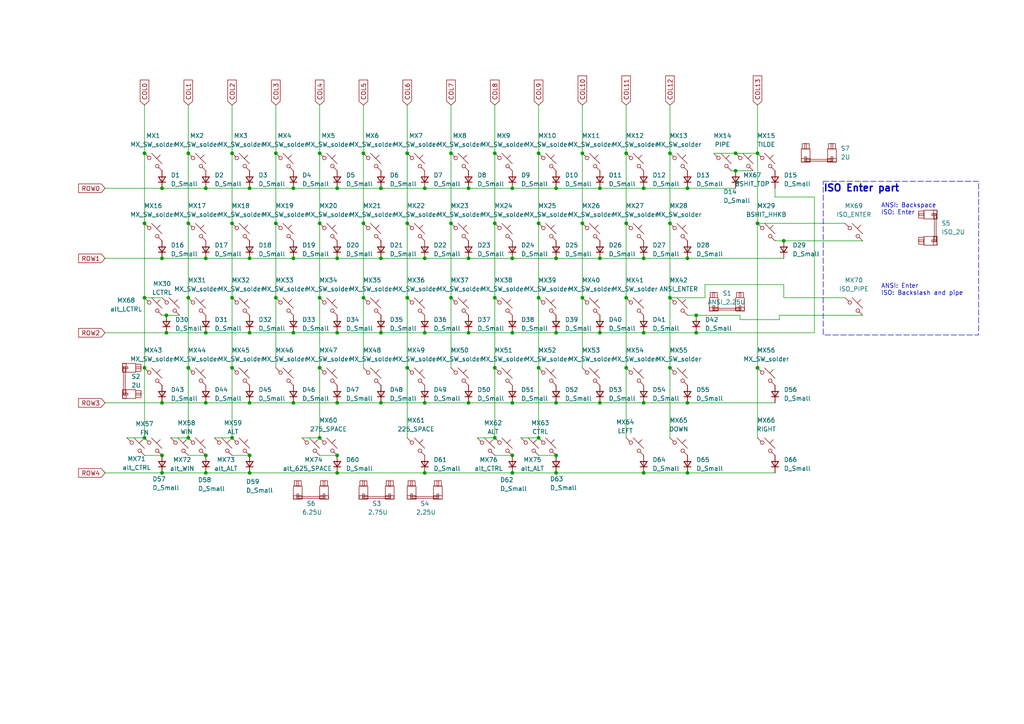
<source format=kicad_sch>
(kicad_sch (version 20231120) (generator "eeschema") (generator_version "8.0")
  (paper "A4")
  (junction (at 80.01 64.77))
  (junction (at 97.79 132.08))
  (junction (at 97.79 137.16))
  (junction (at 118.11 86.36))
  (junction (at 123.19 96.52))
  (junction (at 143.51 127))
  (junction (at 41.91 106.68))
  (junction (at 118.11 64.77))
  (junction (at 130.81 64.77))
  (junction (at 194.31 106.68))
  (junction (at 186.69 96.52))
  (junction (at 72.39 96.52))
  (junction (at 186.69 54.61))
  (junction (at 143.51 64.77))
  (junction (at 148.59 137.16))
  (junction (at 148.59 116.84))
  (junction (at 92.71 106.68))
  (junction (at 46.99 137.16))
  (junction (at 143.51 44.45))
  (junction (at 92.71 44.45))
  (junction (at 161.29 74.93))
  (junction (at 46.99 74.93))
  (junction (at 135.89 54.61))
  (junction (at 173.99 116.84))
  (junction (at 105.41 44.45))
  (junction (at 110.49 54.61))
  (junction (at 143.51 106.68))
  (junction (at 72.39 74.93))
  (junction (at 97.79 74.93))
  (junction (at 123.19 116.84))
  (junction (at 227.33 69.85))
  (junction (at 168.91 64.77))
  (junction (at 92.71 64.77))
  (junction (at 54.61 64.77))
  (junction (at 67.31 64.77))
  (junction (at 41.91 127))
  (junction (at 59.69 74.93))
  (junction (at 59.69 96.52))
  (junction (at 67.31 44.45))
  (junction (at 130.81 44.45))
  (junction (at 54.61 86.36))
  (junction (at 105.41 64.77))
  (junction (at 199.39 137.16))
  (junction (at 46.99 116.84))
  (junction (at 173.99 96.52))
  (junction (at 173.99 54.61))
  (junction (at 148.59 54.61))
  (junction (at 105.41 86.36))
  (junction (at 85.09 116.84))
  (junction (at 156.21 106.68))
  (junction (at 41.91 44.45))
  (junction (at 85.09 54.61))
  (junction (at 92.71 127))
  (junction (at 80.01 86.36))
  (junction (at 168.91 44.45))
  (junction (at 156.21 127))
  (junction (at 118.11 44.45))
  (junction (at 110.49 116.84))
  (junction (at 168.91 86.36))
  (junction (at 194.31 64.77))
  (junction (at 46.99 132.08))
  (junction (at 161.29 54.61))
  (junction (at 67.31 106.68))
  (junction (at 80.01 44.45))
  (junction (at 92.71 86.36))
  (junction (at 54.61 44.45))
  (junction (at 161.29 137.16))
  (junction (at 161.29 96.52))
  (junction (at 186.69 116.84))
  (junction (at 59.69 132.08))
  (junction (at 110.49 74.93))
  (junction (at 67.31 127))
  (junction (at 85.09 96.52))
  (junction (at 130.81 86.36))
  (junction (at 59.69 137.16))
  (junction (at 67.31 86.36))
  (junction (at 181.61 64.77))
  (junction (at 59.69 54.61))
  (junction (at 123.19 137.16))
  (junction (at 72.39 54.61))
  (junction (at 199.39 116.84))
  (junction (at 72.39 132.08))
  (junction (at 148.59 132.08))
  (junction (at 54.61 106.68))
  (junction (at 194.31 44.45))
  (junction (at 199.39 74.93))
  (junction (at 97.79 54.61))
  (junction (at 161.29 116.84))
  (junction (at 72.39 137.16))
  (junction (at 123.19 54.61))
  (junction (at 186.69 74.93))
  (junction (at 135.89 116.84))
  (junction (at 201.93 96.52))
  (junction (at 59.69 116.84))
  (junction (at 181.61 44.45))
  (junction (at 199.39 54.61))
  (junction (at 97.79 116.84))
  (junction (at 161.29 132.08))
  (junction (at 219.71 44.45))
  (junction (at 135.89 74.93))
  (junction (at 181.61 106.68))
  (junction (at 123.19 74.93))
  (junction (at 148.59 74.93))
  (junction (at 219.71 106.68))
  (junction (at 48.26 91.44))
  (junction (at 219.71 64.77))
  (junction (at 135.89 96.52))
  (junction (at 54.61 127))
  (junction (at 148.59 96.52))
  (junction (at 41.91 86.36))
  (junction (at 46.99 54.61))
  (junction (at 97.79 96.52))
  (junction (at 143.51 86.36))
  (junction (at 213.36 44.45))
  (junction (at 41.91 64.77))
  (junction (at 173.99 74.93))
  (junction (at 72.39 116.84))
  (junction (at 85.09 74.93))
  (junction (at 194.31 86.36))
  (junction (at 181.61 86.36))
  (junction (at 110.49 96.52))
  (junction (at 156.21 86.36))
  (junction (at 201.93 91.44))
  (junction (at 118.11 106.68))
  (junction (at 156.21 64.77))
  (junction (at 156.21 44.45))
  (junction (at 213.36 49.53))
  (junction (at 48.26 96.52))
  (junction (at 186.69 137.16))
  (wire (pts (xy 186.69 137.16) (xy 199.39 137.16)))
  (wire (pts (xy 97.79 74.93) (xy 110.49 74.93)))
  (wire (pts (xy 201.93 96.52) (xy 236.22 96.52)))
  (wire (pts (xy 214.63 91.44) (xy 214.63 92.71)))
  (wire (pts (xy 130.81 64.77) (xy 130.81 86.36)))
  (wire (pts (xy 46.99 91.44) (xy 48.26 91.44)))
  (wire (pts (xy 186.69 116.84) (xy 199.39 116.84)))
  (wire (pts (xy 46.99 54.61) (xy 59.69 54.61)))
  (wire (pts (xy 118.11 106.68) (xy 118.11 127)))
  (wire (pts (xy 224.79 57.15) (xy 236.22 57.15)))
  (wire (pts (xy 59.69 137.16) (xy 72.39 137.16)))
  (wire (pts (xy 97.79 137.16) (xy 123.19 137.16)))
  (wire (pts (xy 30.48 74.93) (xy 46.99 74.93)))
  (wire (pts (xy 199.39 91.44) (xy 201.93 91.44)))
  (wire (pts (xy 173.99 96.52) (xy 186.69 96.52)))
  (wire (pts (xy 213.36 49.53) (xy 212.09 49.53)))
  (wire (pts (xy 204.47 86.36) (xy 204.47 82.55)))
  (wire (pts (xy 72.39 74.93) (xy 85.09 74.93)))
  (wire (pts (xy 186.69 54.61) (xy 199.39 54.61)))
  (wire (pts (xy 194.31 86.36) (xy 204.47 86.36)))
  (wire (pts (xy 105.41 64.77) (xy 105.41 86.36)))
  (wire (pts (xy 123.19 137.16) (xy 148.59 137.16)))
  (wire (pts (xy 161.29 54.61) (xy 173.99 54.61)))
  (wire (pts (xy 41.91 30.48) (xy 41.91 44.45)))
  (wire (pts (xy 143.51 30.48) (xy 143.51 44.45)))
  (wire (pts (xy 54.61 44.45) (xy 54.61 64.77)))
  (wire (pts (xy 135.89 116.84) (xy 148.59 116.84)))
  (wire (pts (xy 105.41 86.36) (xy 105.41 106.68)))
  (wire (pts (xy 168.91 86.36) (xy 168.91 106.68)))
  (wire (pts (xy 199.39 116.84) (xy 224.79 116.84)))
  (wire (pts (xy 85.09 116.84) (xy 97.79 116.84)))
  (wire (pts (xy 130.81 86.36) (xy 130.81 106.68)))
  (wire (pts (xy 80.01 86.36) (xy 80.01 106.68)))
  (wire (pts (xy 181.61 106.68) (xy 181.61 127)))
  (wire (pts (xy 59.69 96.52) (xy 72.39 96.52)))
  (wire (pts (xy 118.11 44.45) (xy 118.11 64.77)))
  (wire (pts (xy 67.31 106.68) (xy 67.31 127)))
  (wire (pts (xy 118.11 64.77) (xy 118.11 86.36)))
  (wire (pts (xy 130.81 30.48) (xy 130.81 44.45)))
  (wire (pts (xy 161.29 137.16) (xy 186.69 137.16)))
  (wire (pts (xy 72.39 54.61) (xy 85.09 54.61)))
  (wire (pts (xy 46.99 137.16) (xy 59.69 137.16)))
  (wire (pts (xy 173.99 54.61) (xy 186.69 54.61)))
  (wire (pts (xy 194.31 64.77) (xy 194.31 86.36)))
  (wire (pts (xy 148.59 116.84) (xy 161.29 116.84)))
  (wire (pts (xy 213.36 44.45) (xy 219.71 44.45)))
  (wire (pts (xy 46.99 116.84) (xy 59.69 116.84)))
  (wire (pts (xy 135.89 54.61) (xy 148.59 54.61)))
  (wire (pts (xy 59.69 74.93) (xy 72.39 74.93)))
  (wire (pts (xy 186.69 74.93) (xy 199.39 74.93)))
  (wire (pts (xy 72.39 116.84) (xy 85.09 116.84)))
  (wire (pts (xy 92.71 106.68) (xy 92.71 127)))
  (wire (pts (xy 161.29 96.52) (xy 173.99 96.52)))
  (wire (pts (xy 173.99 74.93) (xy 186.69 74.93)))
  (wire (pts (xy 227.33 82.55) (xy 227.33 86.36)))
  (wire (pts (xy 226.06 92.71) (xy 226.06 91.44)))
  (wire (pts (xy 67.31 86.36) (xy 67.31 106.68)))
  (wire (pts (xy 62.23 127) (xy 67.31 127)))
  (wire (pts (xy 227.33 69.85) (xy 250.19 69.85)))
  (wire (pts (xy 199.39 54.61) (xy 213.36 54.61)))
  (wire (pts (xy 143.51 44.45) (xy 143.51 64.77)))
  (wire (pts (xy 118.11 86.36) (xy 118.11 106.68)))
  (wire (pts (xy 138.43 127) (xy 143.51 127)))
  (wire (pts (xy 48.26 91.44) (xy 52.07 91.44)))
  (wire (pts (xy 227.33 69.85) (xy 224.79 69.85)))
  (wire (pts (xy 123.19 74.93) (xy 135.89 74.93)))
  (wire (pts (xy 49.53 127) (xy 54.61 127)))
  (wire (pts (xy 236.22 57.15) (xy 236.22 96.52)))
  (wire (pts (xy 194.31 44.45) (xy 194.31 64.77)))
  (wire (pts (xy 156.21 106.68) (xy 156.21 127)))
  (wire (pts (xy 143.51 86.36) (xy 143.51 106.68)))
  (wire (pts (xy 41.91 86.36) (xy 46.99 86.36)))
  (wire (pts (xy 110.49 116.84) (xy 123.19 116.84)))
  (wire (pts (xy 97.79 96.52) (xy 110.49 96.52)))
  (wire (pts (xy 54.61 106.68) (xy 54.61 127)))
  (wire (pts (xy 54.61 30.48) (xy 54.61 44.45)))
  (wire (pts (xy 135.89 74.93) (xy 148.59 74.93)))
  (wire (pts (xy 54.61 64.77) (xy 54.61 86.36)))
  (wire (pts (xy 41.91 44.45) (xy 41.91 64.77)))
  (wire (pts (xy 97.79 116.84) (xy 110.49 116.84)))
  (wire (pts (xy 143.51 106.68) (xy 143.51 127)))
  (wire (pts (xy 161.29 116.84) (xy 173.99 116.84)))
  (wire (pts (xy 30.48 116.84) (xy 46.99 116.84)))
  (wire (pts (xy 181.61 64.77) (xy 181.61 86.36)))
  (wire (pts (xy 92.71 30.48) (xy 92.71 44.45)))
  (wire (pts (xy 226.06 91.44) (xy 250.19 91.44)))
  (wire (pts (xy 72.39 96.52) (xy 85.09 96.52)))
  (wire (pts (xy 59.69 116.84) (xy 72.39 116.84)))
  (wire (pts (xy 207.01 44.45) (xy 213.36 44.45)))
  (wire (pts (xy 67.31 30.48) (xy 67.31 44.45)))
  (wire (pts (xy 219.71 30.48) (xy 219.71 44.45)))
  (wire (pts (xy 181.61 86.36) (xy 181.61 106.68)))
  (wire (pts (xy 181.61 44.45) (xy 181.61 64.77)))
  (wire (pts (xy 219.71 64.77) (xy 245.11 64.77)))
  (wire (pts (xy 92.71 132.08) (xy 97.79 132.08)))
  (wire (pts (xy 72.39 137.16) (xy 97.79 137.16)))
  (wire (pts (xy 151.13 127) (xy 156.21 127)))
  (wire (pts (xy 214.63 92.71) (xy 226.06 92.71)))
  (wire (pts (xy 97.79 54.61) (xy 110.49 54.61)))
  (wire (pts (xy 156.21 86.36) (xy 156.21 106.68)))
  (wire (pts (xy 36.83 127) (xy 41.91 127)))
  (wire (pts (xy 54.61 86.36) (xy 54.61 106.68)))
  (wire (pts (xy 130.81 44.45) (xy 130.81 64.77)))
  (wire (pts (xy 168.91 30.48) (xy 168.91 44.45)))
  (wire (pts (xy 48.26 96.52) (xy 59.69 96.52)))
  (wire (pts (xy 201.93 91.44) (xy 214.63 91.44)))
  (wire (pts (xy 85.09 96.52) (xy 97.79 96.52)))
  (wire (pts (xy 105.41 44.45) (xy 105.41 64.77)))
  (wire (pts (xy 92.71 86.36) (xy 92.71 106.68)))
  (wire (pts (xy 194.31 106.68) (xy 194.31 127)))
  (wire (pts (xy 224.79 54.61) (xy 224.79 57.15)))
  (wire (pts (xy 194.31 30.48) (xy 194.31 44.45)))
  (wire (pts (xy 148.59 54.61) (xy 161.29 54.61)))
  (wire (pts (xy 219.71 64.77) (xy 219.71 106.68)))
  (wire (pts (xy 67.31 64.77) (xy 67.31 86.36)))
  (wire (pts (xy 156.21 64.77) (xy 156.21 86.36)))
  (wire (pts (xy 199.39 74.93) (xy 227.33 74.93)))
  (wire (pts (xy 41.91 132.08) (xy 46.99 132.08)))
  (wire (pts (xy 186.69 96.52) (xy 201.93 96.52)))
  (wire (pts (xy 199.39 137.16) (xy 224.79 137.16)))
  (wire (pts (xy 204.47 82.55) (xy 227.33 82.55)))
  (wire (pts (xy 181.61 30.48) (xy 181.61 44.45)))
  (wire (pts (xy 105.41 30.48) (xy 105.41 44.45)))
  (wire (pts (xy 194.31 86.36) (xy 194.31 106.68)))
  (wire (pts (xy 143.51 132.08) (xy 148.59 132.08)))
  (wire (pts (xy 80.01 64.77) (xy 80.01 86.36)))
  (wire (pts (xy 148.59 74.93) (xy 161.29 74.93)))
  (wire (pts (xy 80.01 30.48) (xy 80.01 44.45)))
  (wire (pts (xy 85.09 74.93) (xy 97.79 74.93)))
  (wire (pts (xy 135.89 96.52) (xy 148.59 96.52)))
  (wire (pts (xy 118.11 30.48) (xy 118.11 44.45)))
  (wire (pts (xy 156.21 132.08) (xy 161.29 132.08)))
  (wire (pts (xy 30.48 54.61) (xy 46.99 54.61)))
  (wire (pts (xy 110.49 54.61) (xy 123.19 54.61)))
  (wire (pts (xy 123.19 96.52) (xy 135.89 96.52)))
  (wire (pts (xy 161.29 74.93) (xy 173.99 74.93)))
  (wire (pts (xy 148.59 96.52) (xy 161.29 96.52)))
  (wire (pts (xy 54.61 132.08) (xy 59.69 132.08)))
  (wire (pts (xy 156.21 30.48) (xy 156.21 44.45)))
  (wire (pts (xy 227.33 86.36) (xy 245.11 86.36)))
  (wire (pts (xy 67.31 44.45) (xy 67.31 64.77)))
  (wire (pts (xy 30.48 137.16) (xy 46.99 137.16)))
  (wire (pts (xy 41.91 64.77) (xy 41.91 86.36)))
  (wire (pts (xy 219.71 106.68) (xy 219.71 127)))
  (wire (pts (xy 92.71 44.45) (xy 92.71 64.77)))
  (wire (pts (xy 143.51 64.77) (xy 143.51 86.36)))
  (wire (pts (xy 213.36 49.53) (xy 218.44 49.53)))
  (wire (pts (xy 110.49 96.52) (xy 123.19 96.52)))
  (wire (pts (xy 67.31 132.08) (xy 72.39 132.08)))
  (wire (pts (xy 173.99 116.84) (xy 186.69 116.84)))
  (wire (pts (xy 168.91 64.77) (xy 168.91 86.36)))
  (wire (pts (xy 123.19 54.61) (xy 135.89 54.61)))
  (wire (pts (xy 110.49 74.93) (xy 123.19 74.93)))
  (wire (pts (xy 123.19 116.84) (xy 135.89 116.84)))
  (wire (pts (xy 92.71 64.77) (xy 92.71 86.36)))
  (wire (pts (xy 87.63 127) (xy 92.71 127)))
  (wire (pts (xy 156.21 44.45) (xy 156.21 64.77)))
  (wire (pts (xy 148.59 137.16) (xy 161.29 137.16)))
  (wire (pts (xy 219.71 44.45) (xy 219.71 64.77)))
  (wire (pts (xy 85.09 54.61) (xy 97.79 54.61)))
  (wire (pts (xy 46.99 74.93) (xy 59.69 74.93)))
  (wire (pts (xy 80.01 44.45) (xy 80.01 64.77)))
  (wire (pts (xy 30.48 96.52) (xy 48.26 96.52)))
  (wire (pts (xy 41.91 86.36) (xy 41.91 106.68)))
  (wire (pts (xy 41.91 106.68) (xy 41.91 127)))
  (wire (pts (xy 59.69 54.61) (xy 72.39 54.61)))
  (wire (pts (xy 168.91 44.45) (xy 168.91 64.77)))
  (rectangle (start 238.76 52.578) (end 283.845 97.155) (stroke (width 0) (type dash)))
  (text "ANSI: Backspace\nISO: Enter" (at 255.524 62.484 0) (effects (font (size 1.27 1.27)) (justify left bottom)))
  (text "ISO Enter part" (at 238.76 55.88 0) (effects (font (size 2 2) (thickness 0.4) (bold yes)) (justify left bottom)))
  (text "ANSI: Enter\nISO: Backslash and pipe" (at 255.524 85.852 0) (effects (font (size 1.27 1.27)) (justify left bottom)))
  (global_label "ROW3" (shape input) (at 30.48 116.84 180) (property "Intersheetrefs" "${INTERSHEET_REFS}" (effects (hide yes))))
  (global_label "COL12" (shape input) (at 194.31 30.48 90) (property "Intersheetrefs" "${INTERSHEET_REFS}" (effects (hide yes))))
  (global_label "ROW4" (shape input) (at 30.48 137.16 180) (property "Intersheetrefs" "${INTERSHEET_REFS}" (effects (hide yes))))
  (global_label "COL8" (shape input) (at 143.51 30.48 90) (property "Intersheetrefs" "${INTERSHEET_REFS}" (effects (hide yes))))
  (global_label "COL11" (shape input) (at 181.61 30.48 90) (property "Intersheetrefs" "${INTERSHEET_REFS}" (effects (hide yes))))
  (global_label "COL5" (shape input) (at 105.41 30.48 90) (property "Intersheetrefs" "${INTERSHEET_REFS}" (effects (hide yes))))
  (global_label "COL0" (shape input) (at 41.91 30.48 90) (property "Intersheetrefs" "${INTERSHEET_REFS}" (effects (hide yes))))
  (global_label "COL10" (shape input) (at 168.91 30.48 90) (property "Intersheetrefs" "${INTERSHEET_REFS}" (effects (hide yes))))
  (global_label "ROW0" (shape input) (at 30.48 54.61 180) (property "Intersheetrefs" "${INTERSHEET_REFS}" (effects (hide yes))))
  (global_label "COL1" (shape input) (at 54.61 30.48 90) (property "Intersheetrefs" "${INTERSHEET_REFS}" (effects (hide yes))))
  (global_label "COL2" (shape input) (at 67.31 30.48 90) (property "Intersheetrefs" "${INTERSHEET_REFS}" (effects (hide yes))))
  (global_label "ROW1" (shape input) (at 30.48 74.93 180) (property "Intersheetrefs" "${INTERSHEET_REFS}" (effects (hide yes))))
  (global_label "COL13" (shape input) (at 219.71 30.48 90) (property "Intersheetrefs" "${INTERSHEET_REFS}" (effects (hide yes))))
  (global_label "COL9" (shape input) (at 156.21 30.48 90) (property "Intersheetrefs" "${INTERSHEET_REFS}" (effects (hide yes))))
  (global_label "COL6" (shape input) (at 118.11 30.48 90) (property "Intersheetrefs" "${INTERSHEET_REFS}" (effects (hide yes))))
  (global_label "COL7" (shape input) (at 130.81 30.48 90) (property "Intersheetrefs" "${INTERSHEET_REFS}" (effects (hide yes))))
  (global_label "COL3" (shape input) (at 80.01 30.48 90) (property "Intersheetrefs" "${INTERSHEET_REFS}" (effects (hide yes))))
  (global_label "ROW2" (shape input) (at 30.48 96.52 180) (property "Intersheetrefs" "${INTERSHEET_REFS}" (effects (hide yes))))
  (global_label "COL4" (shape input) (at 92.71 30.48 90) (property "Intersheetrefs" "${INTERSHEET_REFS}" (effects (hide yes))))
  (symbol (lib_id "Device:D_Small") (at 110.49 52.07 90) (unit 1)
    (property "Reference" "D6" (at 113.03 50.8 90) (effects (justify right)))
    (property "Value" "D_Small" (at 113.03 53.34 90) (effects (justify right)))
    (property "Footprint" "D_SOD-123_no_ref:D_SOD-123" (effects (hide yes)))
    (property "Sim.Device" "D" (effects (hide yes)))
    (property "Sim.Pins" "1=K 2=A" (effects (hide yes)))
  )
  (symbol (lib_id "Device:D_Small") (at 161.29 93.98 90) (unit 1)
    (property "Reference" "D39" (at 163.83 92.71 90) (effects (justify right)))
    (property "Value" "D_Small" (at 163.83 95.25 90) (effects (justify right)))
    (property "Footprint" "D_SOD-123_no_ref:D_SOD-123" (effects (hide yes)))
    (property "Sim.Device" "D" (effects (hide yes)))
    (property "Sim.Pins" "1=K 2=A" (effects (hide yes)))
  )
  (symbol (lib_id "PCM_marbastlib-mx:MX_SW_solder") (at 196.85 67.31 0) (unit 1)
    (property "Reference" "MX28" (at 196.85 59.69 0))
    (property "Value" "MX_SW_solder" (at 196.85 62.23 0))
    (property "Footprint" "PCM_marbastlib-mx:SW_MX_1u" (effects (hide yes)))
  )
  (symbol (lib_id "PCM_marbastlib-mx:MX_stab") (at 210.82 87.63 0) (unit 1)
    (property "Reference" "S1" (at 209.55 85.09 0) (effects (justify left)))
    (property "Value" "ANSI_2.25U" (at 205.232 87.63 0) (effects (justify left)))
    (property "Footprint" "PCM_marbastlib-mx:STAB_MX_2.25u" (effects (hide yes)))
  )
  (symbol (lib_id "Device:D_Small") (at 224.79 114.3 90) (unit 1)
    (property "Reference" "D56" (at 227.33 113.03 90) (effects (justify right)))
    (property "Value" "D_Small" (at 227.33 115.57 90) (effects (justify right)))
    (property "Footprint" "D_SOD-123_no_ref:D_SOD-123" (effects (hide yes)))
    (property "Sim.Device" "D" (effects (hide yes)))
    (property "Sim.Pins" "1=K 2=A" (effects (hide yes)))
  )
  (symbol (lib_id "Device:D_Small") (at 110.49 72.39 90) (unit 1)
    (property "Reference" "D21" (at 113.03 71.12 90) (effects (justify right)))
    (property "Value" "D_Small" (at 113.03 73.66 90) (effects (justify right)))
    (property "Footprint" "D_SOD-123_no_ref:D_SOD-123" (effects (hide yes)))
    (property "Sim.Device" "D" (effects (hide yes)))
    (property "Sim.Pins" "1=K 2=A" (effects (hide yes)))
  )
  (symbol (lib_id "PCM_marbastlib-mx:MX_SW_solder") (at 184.15 88.9 0) (unit 1)
    (property "Reference" "MX41" (at 184.15 81.28 0))
    (property "Value" "MX_SW_solder" (at 184.15 83.82 0))
    (property "Footprint" "PCM_marbastlib-mx:SW_MX_1u" (effects (hide yes)))
  )
  (symbol (lib_id "PCM_marbastlib-mx:MX_stab") (at 38.1 110.49 270) (unit 1)
    (property "Reference" "S2" (at 38.1 109.22 90) (effects (justify left)))
    (property "Value" "2U" (at 38.1 111.76 90) (effects (justify left)))
    (property "Footprint" "PCM_marbastlib-mx:STAB_MX_P_2u" (effects (hide yes)))
  )
  (symbol (lib_id "PCM_marbastlib-mx:MX_SW_solder") (at 146.05 129.54 0) (unit 1)
    (property "Reference" "MX62" (at 143.002 122.682 0))
    (property "Value" "ALT" (at 143.002 125.222 0))
    (property "Footprint" "PCM_marbastlib-mx:SW_MX_1.5u" (effects (hide yes)))
  )
  (symbol (lib_id "PCM_marbastlib-mx:MX_SW_solder") (at 44.45 67.31 0) (unit 1)
    (property "Reference" "MX16" (at 44.45 59.69 0))
    (property "Value" "MX_SW_solder" (at 44.45 62.23 0))
    (property "Footprint" "PCM_marbastlib-mx:SW_MX_1.5u" (effects (hide yes)))
  )
  (symbol (lib_id "Device:D_Small") (at 85.09 72.39 90) (unit 1)
    (property "Reference" "D19" (at 87.63 71.12 90) (effects (justify right)))
    (property "Value" "D_Small" (at 87.63 73.66 90) (effects (justify right)))
    (property "Footprint" "D_SOD-123_no_ref:D_SOD-123" (effects (hide yes)))
    (property "Sim.Device" "D" (effects (hide yes)))
    (property "Sim.Pins" "1=K 2=A" (effects (hide yes)))
  )
  (symbol (lib_id "Device:D_Small") (at 46.99 114.3 90) (unit 1)
    (property "Reference" "D43" (at 49.53 113.03 90) (effects (justify right)))
    (property "Value" "D_Small" (at 49.53 115.57 90) (effects (justify right)))
    (property "Footprint" "D_SOD-123_no_ref:D_SOD-123" (effects (hide yes)))
    (property "Sim.Device" "D" (effects (hide yes)))
    (property "Sim.Pins" "1=K 2=A" (effects (hide yes)))
  )
  (symbol (lib_id "Device:D_Small") (at 46.99 134.62 90) (unit 1)
    (property "Reference" "D57" (at 44.196 138.938 90) (effects (justify right)))
    (property "Value" "D_Small" (at 44.196 141.478 90) (effects (justify right)))
    (property "Footprint" "D_SOD-123_no_ref:D_SOD-123" (effects (hide yes)))
    (property "Sim.Device" "D" (effects (hide yes)))
    (property "Sim.Pins" "1=K 2=A" (effects (hide yes)))
  )
  (symbol (lib_id "Device:D_Small") (at 173.99 114.3 90) (unit 1)
    (property "Reference" "D53" (at 176.53 113.03 90) (effects (justify right)))
    (property "Value" "D_Small" (at 176.53 115.57 90) (effects (justify right)))
    (property "Footprint" "D_SOD-123_no_ref:D_SOD-123" (effects (hide yes)))
    (property "Sim.Device" "D" (effects (hide yes)))
    (property "Sim.Pins" "1=K 2=A" (effects (hide yes)))
  )
  (symbol (lib_id "PCM_marbastlib-mx:MX_SW_solder") (at 69.85 88.9 0) (unit 1)
    (property "Reference" "MX32" (at 69.85 81.28 0))
    (property "Value" "MX_SW_solder" (at 69.85 83.82 0))
    (property "Footprint" "PCM_marbastlib-mx:SW_MX_1u" (effects (hide yes)))
  )
  (symbol (lib_id "Device:D_Small") (at 72.39 52.07 90) (unit 1)
    (property "Reference" "D3" (at 74.93 50.8 90) (effects (justify right)))
    (property "Value" "D_Small" (at 74.93 53.34 90) (effects (justify right)))
    (property "Footprint" "D_SOD-123_no_ref:D_SOD-123" (effects (hide yes)))
    (property "Sim.Device" "D" (effects (hide yes)))
    (property "Sim.Pins" "1=K 2=A" (effects (hide yes)))
  )
  (symbol (lib_id "Device:D_Small") (at 85.09 93.98 90) (unit 1)
    (property "Reference" "D33" (at 87.63 92.71 90) (effects (justify right)))
    (property "Value" "D_Small" (at 87.63 95.25 90) (effects (justify right)))
    (property "Footprint" "D_SOD-123_no_ref:D_SOD-123" (effects (hide yes)))
    (property "Sim.Device" "D" (effects (hide yes)))
    (property "Sim.Pins" "1=K 2=A" (effects (hide yes)))
  )
  (symbol (lib_id "PCM_marbastlib-mx:MX_SW_solder") (at 57.15 129.54 0) (unit 1)
    (property "Reference" "MX58" (at 54.102 122.682 0))
    (property "Value" "WIN" (at 54.102 125.222 0))
    (property "Footprint" "PCM_marbastlib-mx:SW_MX_1.25u" (effects (hide yes)))
  )
  (symbol (lib_id "PCM_marbastlib-mx:MX_SW_solder") (at 120.65 88.9 0) (unit 1)
    (property "Reference" "MX36" (at 120.65 81.28 0))
    (property "Value" "MX_SW_solder" (at 120.65 83.82 0))
    (property "Footprint" "PCM_marbastlib-mx:SW_MX_1u" (effects (hide yes)))
  )
  (symbol (lib_id "PCM_marbastlib-mx:MX_stab") (at 90.17 142.24 0) (unit 1)
    (property "Reference" "S6" (at 88.9 146.05 0) (effects (justify left)))
    (property "Value" "6.25U" (at 87.63 148.59 0) (effects (justify left)))
    (property "Footprint" "PCM_marbastlib-mx:STAB_MX_P_6.25u" (effects (hide yes)))
  )
  (symbol (lib_id "PCM_marbastlib-mx:MX_SW_solder") (at 120.65 109.22 0) (unit 1)
    (property "Reference" "MX49" (at 120.65 101.6 0))
    (property "Value" "MX_SW_solder" (at 120.65 104.14 0))
    (property "Footprint" "PCM_marbastlib-mx:SW_MX_1u" (effects (hide yes)))
  )
  (symbol (lib_id "PCM_marbastlib-mx:MX_SW_solder") (at 196.85 109.22 0) (unit 1)
    (property "Reference" "MX55" (at 196.85 101.6 0))
    (property "Value" "MX_SW_solder" (at 196.85 104.14 0))
    (property "Footprint" "PCM_marbastlib-mx:SW_MX_1u" (effects (hide yes)))
  )
  (symbol (lib_id "Device:D_Small") (at 46.99 52.07 90) (unit 1)
    (property "Reference" "D1" (at 49.53 50.8 90) (effects (justify right)))
    (property "Value" "D_Small" (at 49.53 53.34 90) (effects (justify right)))
    (property "Footprint" "D_SOD-123_no_ref:D_SOD-123" (effects (hide yes)))
    (property "Sim.Device" "D" (effects (hide yes)))
    (property "Sim.Pins" "1=K 2=A" (effects (hide yes)))
  )
  (symbol (lib_id "PCM_marbastlib-mx:MX_SW_solder") (at 158.75 129.54 0) (unit 1)
    (property "Reference" "MX63" (at 156.718 122.682 0))
    (property "Value" "CTRL" (at 156.718 125.222 0))
    (property "Footprint" "PCM_marbastlib-mx:SW_MX_1.25u" (effects (hide yes)))
  )
  (symbol (lib_id "PCM_marbastlib-mx:MX_SW_solder") (at 146.05 88.9 0) (unit 1)
    (property "Reference" "MX38" (at 146.05 81.28 0))
    (property "Value" "MX_SW_solder" (at 146.05 83.82 0))
    (property "Footprint" "PCM_marbastlib-mx:SW_MX_1u" (effects (hide yes)))
  )
  (symbol (lib_id "Device:D_Small") (at 85.09 114.3 90) (unit 1)
    (property "Reference" "D46" (at 87.63 113.03 90) (effects (justify right)))
    (property "Value" "D_Small" (at 87.63 115.57 90) (effects (justify right)))
    (property "Footprint" "D_SOD-123_no_ref:D_SOD-123" (effects (hide yes)))
    (property "Sim.Device" "D" (effects (hide yes)))
    (property "Sim.Pins" "1=K 2=A" (effects (hide yes)))
  )
  (symbol (lib_id "Device:D_Small") (at 161.29 114.3 90) (unit 1)
    (property "Reference" "D52" (at 163.83 113.03 90) (effects (justify right)))
    (property "Value" "D_Small" (at 163.83 115.57 90) (effects (justify right)))
    (property "Footprint" "D_SOD-123_no_ref:D_SOD-123" (effects (hide yes)))
    (property "Sim.Device" "D" (effects (hide yes)))
    (property "Sim.Pins" "1=K 2=A" (effects (hide yes)))
  )
  (symbol (lib_id "PCM_marbastlib-mx:MX_SW_solder") (at 57.15 88.9 0) (unit 1)
    (property "Reference" "MX31" (at 57.15 81.28 0))
    (property "Value" "MX_SW_solder" (at 57.15 83.82 0))
    (property "Footprint" "PCM_marbastlib-mx:SW_MX_1u" (effects (hide yes)))
  )
  (symbol (lib_id "PCM_marbastlib-mx:MX_SW_solder") (at 69.85 67.31 0) (unit 1)
    (property "Reference" "MX18" (at 69.85 59.69 0))
    (property "Value" "MX_SW_solder" (at 69.85 62.23 0))
    (property "Footprint" "PCM_marbastlib-mx:SW_MX_1u" (effects (hide yes)))
  )
  (symbol (lib_id "Device:D_Small") (at 186.69 134.62 90) (unit 1)
    (property "Reference" "D64" (at 189.23 133.35 90) (effects (justify right)))
    (property "Value" "D_Small" (at 189.23 135.89 90) (effects (justify right)))
    (property "Footprint" "D_SOD-123_no_ref:D_SOD-123" (effects (hide yes)))
    (property "Sim.Device" "D" (effects (hide yes)))
    (property "Sim.Pins" "1=K 2=A" (effects (hide yes)))
  )
  (symbol (lib_id "Device:D_Small") (at 135.89 93.98 90) (unit 1)
    (property "Reference" "D37" (at 138.43 92.71 90) (effects (justify right)))
    (property "Value" "D_Small" (at 138.43 95.25 90) (effects (justify right)))
    (property "Footprint" "D_SOD-123_no_ref:D_SOD-123" (effects (hide yes)))
    (property "Sim.Device" "D" (effects (hide yes)))
    (property "Sim.Pins" "1=K 2=A" (effects (hide yes)))
  )
  (symbol (lib_id "PCM_marbastlib-mx:MX_SW_solder") (at 120.65 129.54 0) (unit 1)
    (property "Reference" "MX61" (at 120.65 121.92 0))
    (property "Value" "225_SPACE" (at 120.65 124.46 0))
    (property "Footprint" "PCM_marbastlib-mx:SW_MX_1u" (effects (hide yes)))
  )
  (symbol (lib_id "Device:D_Small") (at 186.69 114.3 90) (unit 1)
    (property "Reference" "D54" (at 189.23 113.03 90) (effects (justify right)))
    (property "Value" "D_Small" (at 189.23 115.57 90) (effects (justify right)))
    (property "Footprint" "D_SOD-123_no_ref:D_SOD-123" (effects (hide yes)))
    (property "Sim.Device" "D" (effects (hide yes)))
    (property "Sim.Pins" "1=K 2=A" (effects (hide yes)))
  )
  (symbol (lib_id "Device:D_Small") (at 123.19 134.62 90) (unit 1)
    (property "Reference" "D61" (at 125.73 133.35 90) (effects (justify right)))
    (property "Value" "D_Small" (at 125.73 135.89 90) (effects (justify right)))
    (property "Footprint" "D_SOD-123_no_ref:D_SOD-123" (effects (hide yes)))
    (property "Sim.Device" "D" (effects (hide yes)))
    (property "Sim.Pins" "1=K 2=A" (effects (hide yes)))
  )
  (symbol (lib_id "PCM_marbastlib-mx:MX_SW_solder") (at 184.15 109.22 0) (unit 1)
    (property "Reference" "MX54" (at 184.15 101.6 0))
    (property "Value" "MX_SW_solder" (at 184.15 104.14 0))
    (property "Footprint" "PCM_marbastlib-mx:SW_MX_1u" (effects (hide yes)))
  )
  (symbol (lib_id "PCM_marbastlib-mx:MX_SW_solder") (at 133.35 46.99 0) (unit 1)
    (property "Reference" "MX8" (at 133.35 39.37 0))
    (property "Value" "MX_SW_solder" (at 133.35 41.91 0))
    (property "Footprint" "PCM_marbastlib-mx:SW_MX_1u" (effects (hide yes)))
  )
  (symbol (lib_id "PCM_marbastlib-mx:MX_SW_solder") (at 133.35 88.9 0) (unit 1)
    (property "Reference" "MX37" (at 133.35 81.28 0))
    (property "Value" "MX_SW_solder" (at 133.35 83.82 0))
    (property "Footprint" "PCM_marbastlib-mx:SW_MX_1u" (effects (hide yes)))
  )
  (symbol (lib_id "Device:D_Small") (at 227.33 72.39 90) (unit 1)
    (property "Reference" "D29" (at 229.87 71.12 90) (effects (justify right)))
    (property "Value" "D_Small" (at 229.87 73.66 90) (effects (justify right)))
    (property "Footprint" "D_SOD-123_no_ref:D_SOD-123" (effects (hide yes)))
    (property "Sim.Device" "D" (effects (hide yes)))
    (property "Sim.Pins" "1=K 2=A" (effects (hide yes)))
  )
  (symbol (lib_id "PCM_marbastlib-mx:MX_SW_solder") (at 44.45 109.22 0) (unit 1)
    (property "Reference" "MX43" (at 44.45 101.6 0))
    (property "Value" "MX_SW_solder" (at 44.45 104.14 0))
    (property "Footprint" "PCM_marbastlib-mx:SW_MX_1u" (effects (hide yes)))
  )
  (symbol (lib_id "Device:D_Small") (at 186.69 52.07 90) (unit 1)
    (property "Reference" "D12" (at 189.23 50.8 90) (effects (justify right)))
    (property "Value" "D_Small" (at 189.23 53.34 90) (effects (justify right)))
    (property "Footprint" "D_SOD-123_no_ref:D_SOD-123" (effects (hide yes)))
    (property "Sim.Device" "D" (effects (hide yes)))
    (property "Sim.Pins" "1=K 2=A" (effects (hide yes)))
  )
  (symbol (lib_id "PCM_marbastlib-mx:MX_SW_solder") (at 247.65 88.9 0) (unit 1)
    (property "Reference" "MX70" (at 247.65 81.28 0))
    (property "Value" "ISO_PIPE" (at 247.65 83.82 0))
    (property "Footprint" "PCM_marbastlib-mx:SW_MX_1u" (effects (hide yes)))
  )
  (symbol (lib_id "PCM_marbastlib-mx:MX_SW_solder") (at 107.95 67.31 0) (unit 1)
    (property "Reference" "MX21" (at 107.95 59.69 0))
    (property "Value" "MX_SW_solder" (at 107.95 62.23 0))
    (property "Footprint" "PCM_marbastlib-mx:SW_MX_1u" (effects (hide yes)))
  )
  (symbol (lib_id "PCM_marbastlib-mx:MX_SW_solder") (at 209.55 46.99 0) (unit 1)
    (property "Reference" "MX14" (at 209.55 39.37 0))
    (property "Value" "PIPE" (at 209.55 41.91 0))
    (property "Footprint" "PCM_marbastlib-mx:SW_MX_1u" (effects (hide yes)))
  )
  (symbol (lib_id "Device:D_Small") (at 186.69 93.98 90) (unit 1)
    (property "Reference" "D41" (at 189.23 92.71 90) (effects (justify right)))
    (property "Value" "D_Small" (at 189.23 95.25 90) (effects (justify right)))
    (property "Footprint" "D_SOD-123_no_ref:D_SOD-123" (effects (hide yes)))
    (property "Sim.Device" "D" (effects (hide yes)))
    (property "Sim.Pins" "1=K 2=A" (effects (hide yes)))
  )
  (symbol (lib_id "Device:D_Small") (at 72.39 114.3 90) (unit 1)
    (property "Reference" "D45" (at 74.93 113.03 90) (effects (justify right)))
    (property "Value" "D_Small" (at 74.93 115.57 90) (effects (justify right)))
    (property "Footprint" "D_SOD-123_no_ref:D_SOD-123" (effects (hide yes)))
    (property "Sim.Device" "D" (effects (hide yes)))
    (property "Sim.Pins" "1=K 2=A" (effects (hide yes)))
  )
  (symbol (lib_id "PCM_marbastlib-mx:MX_SW_solder") (at 171.45 109.22 0) (unit 1)
    (property "Reference" "MX53" (at 171.45 101.6 0))
    (property "Value" "MX_SW_solder" (at 171.45 104.14 0))
    (property "Footprint" "PCM_marbastlib-mx:SW_MX_1u" (effects (hide yes)))
  )
  (symbol (lib_id "Device:D_Small") (at 148.59 114.3 90) (unit 1)
    (property "Reference" "D51" (at 151.13 113.03 90) (effects (justify right)))
    (property "Value" "D_Small" (at 151.13 115.57 90) (effects (justify right)))
    (property "Footprint" "D_SOD-123_no_ref:D_SOD-123" (effects (hide yes)))
    (property "Sim.Device" "D" (effects (hide yes)))
    (property "Sim.Pins" "1=K 2=A" (effects (hide yes)))
  )
  (symbol (lib_id "Device:D_Small") (at 148.59 52.07 90) (unit 1)
    (property "Reference" "D9" (at 151.13 50.8 90) (effects (justify right)))
    (property "Value" "D_Small" (at 151.13 53.34 90) (effects (justify right)))
    (property "Footprint" "D_SOD-123_no_ref:D_SOD-123" (effects (hide yes)))
    (property "Sim.Device" "D" (effects (hide yes)))
    (property "Sim.Pins" "1=K 2=A" (effects (hide yes)))
  )
  (symbol (lib_id "PCM_marbastlib-mx:MX_SW_solder") (at 215.9 46.99 0) (unit 1)
    (property "Reference" "MX67" (at 218.186 50.8 0))
    (property "Value" "BSHIT_TOP" (at 218.186 53.34 0))
    (property "Footprint" "PCM_marbastlib-mx:SW_MX_1u" (effects (hide yes)))
  )
  (symbol (lib_id "Device:D_Small") (at 59.69 93.98 90) (unit 1)
    (property "Reference" "D31" (at 62.23 92.71 90) (effects (justify right)))
    (property "Value" "D_Small" (at 62.23 95.25 90) (effects (justify right)))
    (property "Footprint" "D_SOD-123_no_ref:D_SOD-123" (effects (hide yes)))
    (property "Sim.Device" "D" (effects (hide yes)))
    (property "Sim.Pins" "1=K 2=A" (effects (hide yes)))
  )
  (symbol (lib_id "PCM_marbastlib-mx:MX_stab") (at 237.49 44.45 0) (unit 1)
    (property "Reference" "S7" (at 243.84 43.0529 0) (effects (justify left)))
    (property "Value" "2U" (at 243.84 45.5929 0) (effects (justify left)))
    (property "Footprint" "PCM_marbastlib-mx:STAB_MX_2u" (effects (hide yes)))
    (property "Description" "Cherry MX-style stabilizer" (effects (hide yes)))
  )
  (symbol (lib_id "PCM_marbastlib-mx:MX_SW_solder") (at 82.55 46.99 0) (unit 1)
    (property "Reference" "MX4" (at 82.55 39.37 0))
    (property "Value" "MX_SW_solder" (at 82.55 41.91 0))
    (property "Footprint" "PCM_marbastlib-mx:SW_MX_1u" (effects (hide yes)))
  )
  (symbol (lib_id "PCM_marbastlib-mx:MX_SW_solder") (at 120.65 67.31 0) (unit 1)
    (property "Reference" "MX22" (at 120.65 59.69 0))
    (property "Value" "MX_SW_solder" (at 120.65 62.23 0))
    (property "Footprint" "PCM_marbastlib-mx:SW_MX_1u" (effects (hide yes)))
  )
  (symbol (lib_id "PCM_marbastlib-mx:MX_SW_solder") (at 158.75 88.9 0) (unit 1)
    (property "Reference" "MX39" (at 158.75 81.28 0))
    (property "Value" "MX_SW_solder" (at 158.75 83.82 0))
    (property "Footprint" "PCM_marbastlib-mx:SW_MX_1u" (effects (hide yes)))
  )
  (symbol (lib_id "PCM_marbastlib-mx:MX_SW_solder") (at 44.45 46.99 0) (unit 1)
    (property "Reference" "MX1" (at 44.45 39.37 0))
    (property "Value" "MX_SW_solder" (at 44.45 41.91 0))
    (property "Footprint" "PCM_marbastlib-mx:SW_MX_1u" (effects (hide yes)))
  )
  (symbol (lib_id "Device:D_Small") (at 201.93 93.98 90) (unit 1)
    (property "Reference" "D42" (at 204.47 92.71 90) (effects (justify right)))
    (property "Value" "D_Small" (at 204.47 95.25 90) (effects (justify right)))
    (property "Footprint" "D_SOD-123_no_ref:D_SOD-123" (effects (hide yes)))
    (property "Sim.Device" "D" (effects (hide yes)))
    (property "Sim.Pins" "1=K 2=A" (effects (hide yes)))
  )
  (symbol (lib_id "PCM_marbastlib-mx:MX_SW_solder") (at 140.97 129.54 0) (unit 1)
    (property "Reference" "MX76" (at 141.732 133.35 0))
    (property "Value" "alt_CTRL" (at 141.732 135.89 0))
    (property "Footprint" "PCM_marbastlib-mx:SW_MX_1u" (effects (hide yes)))
  )
  (symbol (lib_id "Device:D_Small") (at 123.19 93.98 90) (unit 1)
    (property "Reference" "D36" (at 125.73 92.71 90) (effects (justify right)))
    (property "Value" "D_Small" (at 125.73 95.25 90) (effects (justify right)))
    (property "Footprint" "D_SOD-123_no_ref:D_SOD-123" (effects (hide yes)))
    (property "Sim.Device" "D" (effects (hide yes)))
    (property "Sim.Pins" "1=K 2=A" (effects (hide yes)))
  )
  (symbol (lib_id "PCM_marbastlib-mx:MX_SW_solder") (at 120.65 46.99 0) (unit 1)
    (property "Reference" "MX7" (at 120.65 39.37 0))
    (property "Value" "MX_SW_solder" (at 120.65 41.91 0))
    (property "Footprint" "PCM_marbastlib-mx:SW_MX_1u" (effects (hide yes)))
  )
  (symbol (lib_id "PCM_marbastlib-mx:MX_SW_solder") (at 171.45 46.99 0) (unit 1)
    (property "Reference" "MX11" (at 171.45 39.37 0))
    (property "Value" "MX_SW_solder" (at 171.45 41.91 0))
    (property "Footprint" "PCM_marbastlib-mx:SW_MX_1u" (effects (hide yes)))
  )
  (symbol (lib_id "PCM_marbastlib-mx:MX_SW_solder") (at 184.15 67.31 0) (unit 1)
    (property "Reference" "MX27" (at 184.15 59.69 0))
    (property "Value" "MX_SW_solder" (at 184.15 62.23 0))
    (property "Footprint" "PCM_marbastlib-mx:SW_MX_1u" (effects (hide yes)))
  )
  (symbol (lib_id "PCM_marbastlib-mx:MX_SW_solder") (at 69.85 109.22 0) (unit 1)
    (property "Reference" "MX45" (at 69.85 101.6 0))
    (property "Value" "MX_SW_solder" (at 69.85 104.14 0))
    (property "Footprint" "PCM_marbastlib-mx:SW_MX_1u" (effects (hide yes)))
  )
  (symbol (lib_id "PCM_marbastlib-mx:MX_SW_solder") (at 171.45 88.9 0) (unit 1)
    (property "Reference" "MX40" (at 171.45 81.28 0))
    (property "Value" "MX_SW_solder" (at 171.45 83.82 0))
    (property "Footprint" "PCM_marbastlib-mx:SW_MX_1u" (effects (hide yes)))
  )
  (symbol (lib_id "PCM_marbastlib-mx:MX_SW_solder") (at 49.53 88.9 0) (unit 1)
    (property "Reference" "MX30" (at 46.99 82.296 0))
    (property "Value" "LCTRL" (at 46.99 84.836 0))
    (property "Footprint" "PCM_marbastlib-mx:SW_MX_1.75u" (effects (hide yes)))
  )
  (symbol (lib_id "PCM_marbastlib-mx:MX_SW_solder") (at 57.15 46.99 0) (unit 1)
    (property "Reference" "MX2" (at 57.15 39.37 0))
    (property "Value" "MX_SW_solder" (at 57.15 41.91 0))
    (property "Footprint" "PCM_marbastlib-mx:SW_MX_1u" (effects (hide yes)))
  )
  (symbol (lib_id "PCM_marbastlib-mx:MX_SW_solder") (at 82.55 88.9 0) (unit 1)
    (property "Reference" "MX33" (at 82.55 81.28 0))
    (property "Value" "MX_SW_solder" (at 82.55 83.82 0))
    (property "Footprint" "PCM_marbastlib-mx:SW_MX_1u" (effects (hide yes)))
  )
  (symbol (lib_id "Device:D_Small") (at 173.99 72.39 90) (unit 1)
    (property "Reference" "D26" (at 176.53 71.12 90) (effects (justify right)))
    (property "Value" "D_Small" (at 176.53 73.66 90) (effects (justify right)))
    (property "Footprint" "D_SOD-123_no_ref:D_SOD-123" (effects (hide yes)))
    (property "Sim.Device" "D" (effects (hide yes)))
    (property "Sim.Pins" "1=K 2=A" (effects (hide yes)))
  )
  (symbol (lib_id "Device:D_Small") (at 199.39 72.39 90) (unit 1)
    (property "Reference" "D28" (at 201.93 71.12 90) (effects (justify right)))
    (property "Value" "D_Small" (at 201.93 73.66 90) (effects (justify right)))
    (property "Footprint" "D_SOD-123_no_ref:D_SOD-123" (effects (hide yes)))
    (property "Sim.Device" "D" (effects (hide yes)))
    (property "Sim.Pins" "1=K 2=A" (effects (hide yes)))
  )
  (symbol (lib_id "Device:D_Small") (at 48.26 93.98 90) (unit 1)
    (property "Reference" "D30" (at 50.8 92.71 90) (effects (justify right)))
    (property "Value" "D_Small" (at 50.8 95.25 90) (effects (justify right)))
    (property "Footprint" "D_SOD-123_no_ref:D_SOD-123" (effects (hide yes)))
    (property "Sim.Device" "D" (effects (hide yes)))
    (property "Sim.Pins" "1=K 2=A" (effects (hide yes)))
  )
  (symbol (lib_id "Device:D_Small") (at 161.29 72.39 90) (unit 1)
    (property "Reference" "D25" (at 163.83 71.12 90) (effects (justify right)))
    (property "Value" "D_Small" (at 163.83 73.66 90) (effects (justify right)))
    (property "Footprint" "D_SOD-123_no_ref:D_SOD-123" (effects (hide yes)))
    (property "Sim.Device" "D" (effects (hide yes)))
    (property "Sim.Pins" "1=K 2=A" (effects (hide yes)))
  )
  (symbol (lib_id "PCM_marbastlib-mx:MX_SW_solder") (at 222.25 67.31 0) (unit 1)
    (property "Reference" "MX29" (at 222.25 59.69 0))
    (property "Value" "BSHIT_HHKB" (at 222.25 62.23 0))
    (property "Footprint" "PCM_marbastlib-mx:SW_MX_1.5u" (effects (hide yes)))
  )
  (symbol (lib_id "PCM_marbastlib-mx:MX_SW_solder") (at 95.25 46.99 0) (unit 1)
    (property "Reference" "MX5" (at 95.25 39.37 0))
    (property "Value" "MX_SW_solder" (at 95.25 41.91 0))
    (property "Footprint" "PCM_marbastlib-mx:SW_MX_1u" (effects (hide yes)))
  )
  (symbol (lib_id "PCM_marbastlib-mx:MX_SW_solder") (at 69.85 129.54 0) (unit 1)
    (property "Reference" "MX59" (at 67.564 122.682 0))
    (property "Value" "ALT" (at 67.564 125.222 0))
    (property "Footprint" "PCM_marbastlib-mx:SW_MX_1.5u" (effects (hide yes)))
  )
  (symbol (lib_id "Device:D_Small") (at 161.29 52.07 90) (unit 1)
    (property "Reference" "D10" (at 163.83 50.8 90) (effects (justify right)))
    (property "Value" "D_Small" (at 163.83 53.34 90) (effects (justify right)))
    (property "Footprint" "D_SOD-123_no_ref:D_SOD-123" (effects (hide yes)))
    (property "Sim.Device" "D" (effects (hide yes)))
    (property "Sim.Pins" "1=K 2=A" (effects (hide yes)))
  )
  (symbol (lib_id "PCM_marbastlib-mx:MX_SW_solder") (at 184.15 46.99 0) (unit 1)
    (property "Reference" "MX12" (at 184.15 39.37 0))
    (property "Value" "MX_SW_solder" (at 184.15 41.91 0))
    (property "Footprint" "PCM_marbastlib-mx:SW_MX_1u" (effects (hide yes)))
  )
  (symbol (lib_id "Device:D_Small") (at 97.79 93.98 90) (unit 1)
    (property "Reference" "D34" (at 100.33 92.71 90) (effects (justify right)))
    (property "Value" "D_Small" (at 100.33 95.25 90) (effects (justify right)))
    (property "Footprint" "D_SOD-123_no_ref:D_SOD-123" (effects (hide yes)))
    (property "Sim.Device" "D" (effects (hide yes)))
    (property "Sim.Pins" "1=K 2=A" (effects (hide yes)))
  )
  (symbol (lib_id "Device:D_Small") (at 135.89 114.3 90) (unit 1)
    (property "Reference" "D50" (at 138.43 113.03 90) (effects (justify right)))
    (property "Value" "D_Small" (at 138.43 115.57 90) (effects (justify right)))
    (property "Footprint" "D_SOD-123_no_ref:D_SOD-123" (effects (hide yes)))
    (property "Sim.Device" "D" (effects (hide yes)))
    (property "Sim.Pins" "1=K 2=A" (effects (hide yes)))
  )
  (symbol (lib_id "Device:D_Small") (at 72.39 134.62 90) (unit 1)
    (property "Reference" "D59" (at 71.374 139.7 90) (effects (justify right)))
    (property "Value" "D_Small" (at 71.374 142.24 90) (effects (justify right)))
    (property "Footprint" "D_SOD-123_no_ref:D_SOD-123" (effects (hide yes)))
    (property "Sim.Device" "D" (effects (hide yes)))
    (property "Sim.Pins" "1=K 2=A" (effects (hide yes)))
  )
  (symbol (lib_id "PCM_marbastlib-mx:MX_SW_solder") (at 57.15 67.31 0) (unit 1)
    (property "Reference" "MX17" (at 57.15 59.69 0))
    (property "Value" "MX_SW_solder" (at 57.15 62.23 0))
    (property "Footprint" "PCM_marbastlib-mx:SW_MX_1u" (effects (hide yes)))
  )
  (symbol (lib_id "PCM_marbastlib-mx:MX_SW_solder") (at 158.75 46.99 0) (unit 1)
    (property "Reference" "MX10" (at 158.75 39.37 0))
    (property "Value" "MX_SW_solder" (at 158.75 41.91 0))
    (property "Footprint" "PCM_marbastlib-mx:SW_MX_1u" (effects (hide yes)))
  )
  (symbol (lib_id "PCM_marbastlib-mx:MX_stab") (at 123.19 142.24 0) (unit 1)
    (property "Reference" "S4" (at 121.92 146.05 0) (effects (justify left)))
    (property "Value" "2.25U" (at 120.65 148.59 0) (effects (justify left)))
    (property "Footprint" "PCM_marbastlib-mx:STAB_MX_P_2.25u" (effects (hide yes)))
  )
  (symbol (lib_id "PCM_marbastlib-mx:MX_SW_solder") (at 107.95 109.22 0) (unit 1)
    (property "Reference" "MX48" (at 107.95 101.6 0))
    (property "Value" "MX_SW_solder" (at 107.95 104.14 0))
    (property "Footprint" "PCM_marbastlib-mx:SW_MX_1u" (effects (hide yes)))
  )
  (symbol (lib_id "PCM_marbastlib-mx:MX_SW_solder") (at 69.85 46.99 0) (unit 1)
    (property "Reference" "MX3" (at 69.85 39.37 0))
    (property "Value" "MX_SW_solder" (at 69.85 41.91 0))
    (property "Footprint" "PCM_marbastlib-mx:SW_MX_1u" (effects (hide yes)))
  )
  (symbol (lib_id "PCM_marbastlib-mx:MX_SW_solder") (at 153.67 129.54 0) (unit 1)
    (property "Reference" "MX75" (at 154.432 133.35 0))
    (property "Value" "alt_ALT" (at 154.432 135.89 0))
    (property "Footprint" "PCM_marbastlib-mx:SW_MX_1.25u" (effects (hide yes)))
  )
  (symbol (lib_id "Device:D_Small") (at 148.59 93.98 90) (unit 1)
    (property "Reference" "D38" (at 151.13 92.71 90) (effects (justify right)))
    (property "Value" "D_Small" (at 151.13 95.25 90) (effects (justify right)))
    (property "Footprint" "D_SOD-123_no_ref:D_SOD-123" (effects (hide yes)))
    (property "Sim.Device" "D" (effects (hide yes)))
    (property "Sim.Pins" "1=K 2=A" (effects (hide yes)))
  )
  (symbol (lib_id "Device:D_Small") (at 46.99 72.39 90) (unit 1)
    (property "Reference" "D16" (at 49.53 71.12 90) (effects (justify right)))
    (property "Value" "D_Small" (at 49.53 73.66 90) (effects (justify right)))
    (property "Footprint" "D_SOD-123_no_ref:D_SOD-123" (effects (hide yes)))
    (property "Sim.Device" "D" (effects (hide yes)))
    (property "Sim.Pins" "1=K 2=A" (effects (hide yes)))
  )
  (symbol (lib_id "PCM_marbastlib-mx:MX_stab") (at 109.22 142.24 0) (unit 1)
    (property "Reference" "S3" (at 107.95 146.05 0) (effects (justify left)))
    (property "Value" "2.75U" (at 106.68 148.59 0) (effects (justify left)))
    (property "Footprint" "PCM_marbastlib-mx:STAB_MX_P_2.75u" (effects (hide yes)))
  )
  (symbol (lib_id "Device:D_Small") (at 224.79 134.62 90) (unit 1)
    (property "Reference" "D66" (at 227.33 133.35 90) (effects (justify right)))
    (property "Value" "D_Small" (at 227.33 135.89 90) (effects (justify right)))
    (property "Footprint" "D_SOD-123_no_ref:D_SOD-123" (effects (hide yes)))
    (property "Sim.Device" "D" (effects (hide yes)))
    (property "Sim.Pins" "1=K 2=A" (effects (hide yes)))
  )
  (symbol (lib_id "PCM_marbastlib-mx:MX_SW_solder") (at 107.95 46.99 0) (unit 1)
    (property "Reference" "MX6" (at 107.95 39.37 0))
    (property "Value" "MX_SW_solder" (at 107.95 41.91 0))
    (property "Footprint" "PCM_marbastlib-mx:SW_MX_1u" (effects (hide yes)))
  )
  (symbol (lib_id "PCM_marbastlib-mx:MX_SW_solder") (at 146.05 67.31 0) (unit 1)
    (property "Reference" "MX24" (at 146.05 59.69 0))
    (property "Value" "MX_SW_solder" (at 146.05 62.23 0))
    (property "Footprint" "PCM_marbastlib-mx:SW_MX_1u" (effects (hide yes)))
  )
  (symbol (lib_id "Device:D_Small") (at 85.09 52.07 90) (unit 1)
    (property "Reference" "D4" (at 87.63 50.8 90) (effects (justify right)))
    (property "Value" "D_Small" (at 87.63 53.34 90) (effects (justify right)))
    (property "Footprint" "D_SOD-123_no_ref:D_SOD-123" (effects (hide yes)))
    (property "Sim.Device" "D" (effects (hide yes)))
    (property "Sim.Pins" "1=K 2=A" (effects (hide yes)))
  )
  (symbol (lib_id "PCM_marbastlib-mx:MX_SW_solder") (at 222.25 46.99 0) (unit 1)
    (property "Reference" "MX15" (at 222.25 39.37 0))
    (property "Value" "TILDE" (at 222.25 41.91 0))
    (property "Footprint" "PCM_marbastlib-mx:SW_MX_1u" (effects (hide yes)))
  )
  (symbol (lib_id "Device:D_Small") (at 110.49 114.3 90) (unit 1)
    (property "Reference" "D48" (at 113.03 113.03 90) (effects (justify right)))
    (property "Value" "D_Small" (at 113.03 115.57 90) (effects (justify right)))
    (property "Footprint" "D_SOD-123_no_ref:D_SOD-123" (effects (hide yes)))
    (property "Sim.Device" "D" (effects (hide yes)))
    (property "Sim.Pins" "1=K 2=A" (effects (hide yes)))
  )
  (symbol (lib_id "PCM_marbastlib-mx:MX_SW_solder") (at 196.85 88.9 0) (unit 1)
    (property "Reference" "MX42" (at 196.85 81.28 0))
    (property "Value" "ANSI_ENTER" (at 196.85 83.82 0))
    (property "Footprint" "PCM_marbastlib-mx:SW_MX_1u" (effects (hide yes)))
  )
  (symbol (lib_id "PCM_marbastlib-mx:MX_SW_solder") (at 158.75 67.31 0) (unit 1)
    (property "Reference" "MX25" (at 158.75 59.69 0))
    (property "Value" "MX_SW_solder" (at 158.75 62.23 0))
    (property "Footprint" "PCM_marbastlib-mx:SW_MX_1u" (effects (hide yes)))
  )
  (symbol (lib_id "PCM_marbastlib-mx:MX_SW_solder") (at 196.85 46.99 0) (unit 1)
    (property "Reference" "MX13" (at 196.85 39.37 0))
    (property "Value" "MX_SW_solder" (at 196.85 41.91 0))
    (property "Footprint" "PCM_marbastlib-mx:SW_MX_1u" (effects (hide yes)))
  )
  (symbol (lib_id "Device:D_Small") (at 123.19 52.07 90) (unit 1)
    (property "Reference" "D7" (at 125.73 50.8 90) (effects (justify right)))
    (property "Value" "D_Small" (at 125.73 53.34 90) (effects (justify right)))
    (property "Footprint" "D_SOD-123_no_ref:D_SOD-123" (effects (hide yes)))
    (property "Sim.Device" "D" (effects (hide yes)))
    (property "Sim.Pins" "1=K 2=A" (effects (hide yes)))
  )
  (symbol (lib_id "Device:D_Small") (at 97.79 52.07 90) (unit 1)
    (property "Reference" "D5" (at 100.33 50.8 90) (effects (justify right)))
    (property "Value" "D_Small" (at 100.33 53.34 90) (effects (justify right)))
    (property "Footprint" "D_SOD-123_no_ref:D_SOD-123" (effects (hide yes)))
    (property "Sim.Device" "D" (effects (hide yes)))
    (property "Sim.Pins" "1=K 2=A" (effects (hide yes)))
  )
  (symbol (lib_id "PCM_marbastlib-mx:MX_SW_solder") (at 82.55 109.22 0) (unit 1)
    (property "Reference" "MX46" (at 82.55 101.6 0))
    (property "Value" "MX_SW_solder" (at 82.55 104.14 0))
    (property "Footprint" "PCM_marbastlib-mx:SW_MX_1u" (effects (hide yes)))
  )
  (symbol (lib_id "Device:D_Small") (at 59.69 52.07 90) (unit 1)
    (property "Reference" "D2" (at 62.23 50.8 90) (effects (justify right)))
    (property "Value" "D_Small" (at 62.23 53.34 90) (effects (justify right)))
    (property "Footprint" "D_SOD-123_no_ref:D_SOD-123" (effects (hide yes)))
    (property "Sim.Device" "D" (effects (hide yes)))
    (property "Sim.Pins" "1=K 2=A" (effects (hide yes)))
  )
  (symbol (lib_id "Device:D_Small") (at 123.19 114.3 90) (unit 1)
    (property "Reference" "D49" (at 125.73 113.03 90) (effects (justify right)))
    (property "Value" "D_Small" (at 125.73 115.57 90) (effects (justify right)))
    (property "Footprint" "D_SOD-123_no_ref:D_SOD-123" (effects (hide yes)))
    (property "Sim.Device" "D" (effects (hide yes)))
    (property "Sim.Pins" "1=K 2=A" (effects (hide yes)))
  )
  (symbol (lib_id "PCM_marbastlib-mx:MX_SW_solder") (at 222.25 129.54 0) (unit 1)
    (property "Reference" "MX66" (at 222.25 121.92 0))
    (property "Value" "RIGHT" (at 222.25 124.46 0))
    (property "Footprint" "PCM_marbastlib-mx:SW_MX_1u" (effects (hide yes)))
  )
  (symbol (lib_id "PCM_marbastlib-mx:MX_SW_solder") (at 95.25 129.54 0) (unit 1)
    (property "Reference" "MX60" (at 95.25 121.92 0))
    (property "Value" "275_SPACE" (at 95.25 124.46 0))
    (property "Footprint" "PCM_marbastlib-mx:SW_MX_1u" (effects (hide yes)))
  )
  (symbol (lib_id "PCM_marbastlib-mx:MX_SW_solder") (at 222.25 109.22 0) (unit 1)
    (property "Reference" "MX56" (at 222.25 101.6 0))
    (property "Value" "MX_SW_solder" (at 222.25 104.14 0))
    (property "Footprint" "PCM_marbastlib-mx:SW_MX_1u" (effects (hide yes)))
  )
  (symbol (lib_id "Device:D_Small") (at 123.19 72.39 90) (unit 1)
    (property "Reference" "D22" (at 125.73 71.12 90) (effects (justify right)))
    (property "Value" "D_Small" (at 125.73 73.66 90) (effects (justify right)))
    (property "Footprint" "D_SOD-123_no_ref:D_SOD-123" (effects (hide yes)))
    (property "Sim.Device" "D" (effects (hide yes)))
    (property "Sim.Pins" "1=K 2=A" (effects (hide yes)))
  )
  (symbol (lib_id "PCM_marbastlib-mx:MX_SW_solder") (at 196.85 129.54 0) (unit 1)
    (property "Reference" "MX65" (at 196.85 121.92 0))
    (property "Value" "DOWN" (at 196.85 124.46 0))
    (property "Footprint" "PCM_marbastlib-mx:SW_MX_1u" (effects (hide yes)))
  )
  (symbol (lib_id "Device:D_Small") (at 173.99 52.07 90) (unit 1)
    (property "Reference" "D11" (at 176.53 50.8 90) (effects (justify right)))
    (property "Value" "D_Small" (at 176.53 53.34 90) (effects (justify right)))
    (property "Footprint" "D_SOD-123_no_ref:D_SOD-123" (effects (hide yes)))
    (property "Sim.Device" "D" (effects (hide yes)))
    (property "Sim.Pins" "1=K 2=A" (effects (hide yes)))
  )
  (symbol (lib_id "Device:D_Small") (at 59.69 114.3 90) (unit 1)
    (property "Reference" "D44" (at 62.23 113.03 90) (effects (justify right)))
    (property "Value" "D_Small" (at 62.23 115.57 90) (effects (justify right)))
    (property "Footprint" "D_SOD-123_no_ref:D_SOD-123" (effects (hide yes)))
    (property "Sim.Device" "D" (effects (hide yes)))
    (property "Sim.Pins" "1=K 2=A" (effects (hide yes)))
  )
  (symbol (lib_id "Device:D_Small") (at 186.69 72.39 90) (unit 1)
    (property "Reference" "D27" (at 189.23 71.12 90) (effects (justify right)))
    (property "Value" "D_Small" (at 189.23 73.66 90) (effects (justify right)))
    (property "Footprint" "D_SOD-123_no_ref:D_SOD-123" (effects (hide yes)))
    (property "Sim.Device" "D" (effects (hide yes)))
    (property "Sim.Pins" "1=K 2=A" (effects (hide yes)))
  )
  (symbol (lib_id "PCM_marbastlib-mx:MX_SW_solder") (at 52.07 129.54 0) (unit 1)
    (property "Reference" "MX72" (at 52.832 133.35 0))
    (property "Value" "alt_WIN" (at 52.832 135.89 0))
    (property "Footprint" "PCM_marbastlib-mx:SW_MX_1u" (effects (hide yes)))
  )
  (symbol (lib_id "PCM_marbastlib-mx:MX_SW_solder") (at 44.45 129.54 0) (unit 1)
    (property "Reference" "MX57" (at 41.91 122.936 0))
    (property "Value" "FN" (at 41.91 125.476 0))
    (property "Footprint" "PCM_marbastlib-mx:SW_MX_1u" (effects (hide yes)))
  )
  (symbol (lib_id "Device:D_Small") (at 161.29 134.62 90) (unit 1)
    (property "Reference" "D63" (at 159.512 138.938 90) (effects (justify right)))
    (property "Value" "D_Small" (at 159.512 141.478 90) (effects (justify right)))
    (property "Footprint" "D_SOD-123_no_ref:D_SOD-123" (effects (hide yes)))
    (property "Sim.Device" "D" (effects (hide yes)))
    (property "Sim.Pins" "1=K 2=A" (effects (hide yes)))
  )
  (symbol (lib_id "Device:D_Small") (at 224.79 52.07 90) (unit 1)
    (property "Reference" "D15" (at 227.33 50.8 90) (effects (justify right)))
    (property "Value" "D_Small" (at 227.33 53.34 90) (effects (justify right)))
    (property "Footprint" "D_SOD-123_no_ref:D_SOD-123" (effects (hide yes)))
    (property "Sim.Device" "D" (effects (hide yes)))
    (property "Sim.Pins" "1=K 2=A" (effects (hide yes)))
  )
  (symbol (lib_id "PCM_marbastlib-mx:MX_stab") (at 269.24 66.04 90) (unit 1)
    (property "Reference" "S5" (at 273.05 64.7699 90) (effects (justify right)))
    (property "Value" "ISO_2U" (at 273.05 67.3099 90) (effects (justify right)))
    (property "Footprint" "PCM_marbastlib-mx:STAB_MX_ISO-ROT" (effects (hide yes)))
    (property "Description" "Cherry MX-style stabilizer" (effects (hide yes)))
  )
  (symbol (lib_id "Device:D_Small") (at 135.89 72.39 90) (unit 1)
    (property "Reference" "D23" (at 138.43 71.12 90) (effects (justify right)))
    (property "Value" "D_Small" (at 138.43 73.66 90) (effects (justify right)))
    (property "Footprint" "D_SOD-123_no_ref:D_SOD-123" (effects (hide yes)))
    (property "Sim.Device" "D" (effects (hide yes)))
    (property "Sim.Pins" "1=K 2=A" (effects (hide yes)))
  )
  (symbol (lib_id "Device:D_Small") (at 173.99 93.98 90) (unit 1)
    (property "Reference" "D40" (at 176.53 92.71 90) (effects (justify right)))
    (property "Value" "D_Small" (at 176.53 95.25 90) (effects (justify right)))
    (property "Footprint" "D_SOD-123_no_ref:D_SOD-123" (effects (hide yes)))
    (property "Sim.Device" "D" (effects (hide yes)))
    (property "Sim.Pins" "1=K 2=A" (effects (hide yes)))
  )
  (symbol (lib_id "PCM_marbastlib-mx:MX_SW_solder") (at 95.25 88.9 0) (unit 1)
    (property "Reference" "MX34" (at 95.25 81.28 0))
    (property "Value" "MX_SW_solder" (at 95.25 83.82 0))
    (property "Footprint" "PCM_marbastlib-mx:SW_MX_1u" (effects (hide yes)))
  )
  (symbol (lib_id "Device:D_Small") (at 213.36 52.07 90) (unit 1)
    (property "Reference" "D14" (at 209.804 55.626 90) (effects (justify right)))
    (property "Value" "D_Small" (at 209.804 58.166 90) (effects (justify right)))
    (property "Footprint" "D_SOD-123_no_ref:D_SOD-123" (effects (hide yes)))
    (property "Sim.Device" "D" (effects (hide yes)))
    (property "Sim.Pins" "1=K 2=A" (effects (hide yes)))
  )
  (symbol (lib_id "Device:D_Small") (at 148.59 72.39 90) (unit 1)
    (property "Reference" "D24" (at 151.13 71.12 90) (effects (justify right)))
    (property "Value" "D_Small" (at 151.13 73.66 90) (effects (justify right)))
    (property "Footprint" "D_SOD-123_no_ref:D_SOD-123" (effects (hide yes)))
    (property "Sim.Device" "D" (effects (hide yes)))
    (property "Sim.Pins" "1=K 2=A" (effects (hide yes)))
  )
  (symbol (lib_id "PCM_marbastlib-mx:MX_SW_solder") (at 133.35 109.22 0) (unit 1)
    (property "Reference" "MX50" (at 133.35 101.6 0))
    (property "Value" "MX_SW_solder" (at 133.35 104.14 0))
    (property "Footprint" "PCM_marbastlib-mx:SW_MX_1u" (effects (hide yes)))
  )
  (symbol (lib_id "PCM_marbastlib-mx:MX_SW_solder") (at 146.05 109.22 0) (unit 1)
    (property "Reference" "MX51" (at 146.05 101.6 0))
    (property "Value" "MX_SW_solder" (at 146.05 104.14 0))
    (property "Footprint" "PCM_marbastlib-mx:SW_MX_1u" (effects (hide yes)))
  )
  (symbol (lib_id "Device:D_Small") (at 199.39 114.3 90) (unit 1)
    (property "Reference" "D55" (at 201.93 113.03 90) (effects (justify right)))
    (property "Value" "D_Small" (at 201.93 115.57 90) (effects (justify right)))
    (property "Footprint" "D_SOD-123_no_ref:D_SOD-123" (effects (hide yes)))
    (property "Sim.Device" "D" (effects (hide yes)))
    (property "Sim.Pins" "1=K 2=A" (effects (hide yes)))
  )
  (symbol (lib_id "PCM_marbastlib-mx:MX_SW_solder") (at 133.35 67.31 0) (unit 1)
    (property "Reference" "MX23" (at 133.35 59.69 0))
    (property "Value" "MX_SW_solder" (at 133.35 62.23 0))
    (property "Footprint" "PCM_marbastlib-mx:SW_MX_1u" (effects (hide yes)))
  )
  (symbol (lib_id "PCM_marbastlib-mx:MX_SW_solder") (at 171.45 67.31 0) (unit 1)
    (property "Reference" "MX26" (at 171.45 59.69 0))
    (property "Value" "MX_SW_solder" (at 171.45 62.23 0))
    (property "Footprint" "PCM_marbastlib-mx:SW_MX_1u" (effects (hide yes)))
  )
  (symbol (lib_id "Device:D_Small") (at 199.39 134.62 90) (unit 1)
    (property "Reference" "D65" (at 201.93 133.35 90) (effects (justify right)))
    (property "Value" "D_Small" (at 201.93 135.89 90) (effects (justify right)))
    (property "Footprint" "D_SOD-123_no_ref:D_SOD-123" (effects (hide yes)))
    (property "Sim.Device" "D" (effects (hide yes)))
    (property "Sim.Pins" "1=K 2=A" (effects (hide yes)))
  )
  (symbol (lib_id "Device:D_Small") (at 59.69 72.39 90) (unit 1)
    (property "Reference" "D17" (at 62.23 71.12 90) (effects (justify right)))
    (property "Value" "D_Small" (at 62.23 73.66 90) (effects (justify right)))
    (property "Footprint" "D_SOD-123_no_ref:D_SOD-123" (effects (hide yes)))
    (property "Sim.Device" "D" (effects (hide yes)))
    (property "Sim.Pins" "1=K 2=A" (effects (hide yes)))
  )
  (symbol (lib_id "PCM_marbastlib-mx:MX_SW_solder") (at 57.15 109.22 0) (unit 1)
    (property "Reference" "MX44" (at 57.15 101.6 0))
    (property "Value" "MX_SW_solder" (at 57.15 104.14 0))
    (property "Footprint" "PCM_marbastlib-mx:SW_MX_1u" (effects (hide yes)))
  )
  (symbol (lib_id "Device:D_Small") (at 72.39 93.98 90) (unit 1)
    (property "Reference" "D32" (at 74.93 92.71 90) (effects (justify right)))
    (property "Value" "D_Small" (at 74.93 95.25 90) (effects (justify right)))
    (property "Footprint" "D_SOD-123_no_ref:D_SOD-123" (effects (hide yes)))
    (property "Sim.Device" "D" (effects (hide yes)))
    (property "Sim.Pins" "1=K 2=A" (effects (hide yes)))
  )
  (symbol (lib_id "PCM_marbastlib-mx:MX_SW_solder") (at 64.77 129.54 0) (unit 1)
    (property "Reference" "MX73" (at 65.532 133.35 0))
    (property "Value" "alt_ALT" (at 65.532 135.89 0))
    (property "Footprint" "PCM_marbastlib-mx:SW_MX_1.25u" (effects (hide yes)))
  )
  (symbol (lib_id "PCM_marbastlib-mx:MX_SW_solder") (at 158.75 109.22 0) (unit 1)
    (property "Reference" "MX52" (at 158.75 101.6 0))
    (property "Value" "MX_SW_solder" (at 158.75 104.14 0))
    (property "Footprint" "PCM_marbastlib-mx:SW_MX_1u" (effects (hide yes)))
  )
  (symbol (lib_id "PCM_marbastlib-mx:MX_SW_solder") (at 184.15 129.54 0) (unit 1)
    (property "Reference" "MX64" (at 181.356 122.428 0))
    (property "Value" "LEFT" (at 181.356 124.968 0))
    (property "Footprint" "PCM_marbastlib-mx:SW_MX_1u" (effects (hide yes)))
  )
  (symbol (lib_id "Device:D_Small") (at 135.89 52.07 90) (unit 1)
    (property "Reference" "D8" (at 138.43 50.8 90) (effects (justify right)))
    (property "Value" "D_Small" (at 138.43 53.34 90) (effects (justify right)))
    (property "Footprint" "D_SOD-123_no_ref:D_SOD-123" (effects (hide yes)))
    (property "Sim.Device" "D" (effects (hide yes)))
    (property "Sim.Pins" "1=K 2=A" (effects (hide yes)))
  )
  (symbol (lib_id "Device:D_Small") (at 72.39 72.39 90) (unit 1)
    (property "Reference" "D18" (at 74.93 71.12 90) (effects (justify right)))
    (property "Value" "D_Small" (at 74.93 73.66 90) (effects (justify right)))
    (property "Footprint" "D_SOD-123_no_ref:D_SOD-123" (effects (hide yes)))
    (property "Sim.Device" "D" (effects (hide yes)))
    (property "Sim.Pins" "1=K 2=A" (effects (hide yes)))
  )
  (symbol (lib_id "PCM_marbastlib-mx:MX_SW_solder") (at 146.05 46.99 0) (unit 1)
    (property "Reference" "MX9" (at 146.05 39.37 0))
    (property "Value" "MX_SW_solder" (at 146.05 41.91 0))
    (property "Footprint" "PCM_marbastlib-mx:SW_MX_1u" (effects (hide yes)))
  )
  (symbol (lib_id "PCM_marbastlib-mx:MX_SW_solder") (at 44.45 88.9 0) (unit 1)
    (property "Reference" "MX68" (at 36.576 87.122 0))
    (property "Value" "alt_LCTRL" (at 36.576 89.662 0))
    (property "Footprint" "PCM_marbastlib-mx:SW_MX_1.75u_STP_1.25" (effects (hide yes)))
  )
  (symbol (lib_id "PCM_marbastlib-mx:MX_SW_solder") (at 39.37 129.54 0) (unit 1)
    (property "Reference" "MX71" (at 39.624 133.096 0))
    (property "Value" "alt_CTRL" (at 39.624 135.636 0))
    (property "Footprint" "PCM_marbastlib-mx:SW_MX_1.25u" (effects (hide yes)))
  )
  (symbol (lib_id "PCM_marbastlib-mx:MX_SW_solder") (at 95.25 109.22 0) (unit 1)
    (property "Reference" "MX47" (at 95.25 101.6 0))
    (property "Value" "MX_SW_solder" (at 95.25 104.14 0))
    (property "Footprint" "PCM_marbastlib-mx:SW_MX_1u" (effects (hide yes)))
  )
  (symbol (lib_id "PCM_marbastlib-mx:MX_SW_solder") (at 82.55 67.31 0) (unit 1)
    (property "Reference" "MX19" (at 82.55 59.69 0))
    (property "Value" "MX_SW_solder" (at 82.55 62.23 0))
    (property "Footprint" "PCM_marbastlib-mx:SW_MX_1u" (effects (hide yes)))
  )
  (symbol (lib_id "Device:D_Small") (at 199.39 52.07 90) (unit 1)
    (property "Reference" "D13" (at 201.93 50.8 90) (effects (justify right)))
    (property "Value" "D_Small" (at 201.93 53.34 90) (effects (justify right)))
    (property "Footprint" "D_SOD-123_no_ref:D_SOD-123" (effects (hide yes)))
    (property "Sim.Device" "D" (effects (hide yes)))
    (property "Sim.Pins" "1=K 2=A" (effects (hide yes)))
  )
  (symbol (lib_id "Device:D_Small") (at 97.79 134.62 90) (unit 1)
    (property "Reference" "D60" (at 100.33 133.35 90) (effects (justify right)))
    (property "Value" "D_Small" (at 100.33 135.89 90) (effects (justify right)))
    (property "Footprint" "D_SOD-123_no_ref:D_SOD-123" (effects (hide yes)))
    (property "Sim.Device" "D" (effects (hide yes)))
    (property "Sim.Pins" "1=K 2=A" (effects (hide yes)))
  )
  (symbol (lib_id "Device:D_Small") (at 97.79 72.39 90) (unit 1)
    (property "Reference" "D20" (at 100.33 71.12 90) (effects (justify right)))
    (property "Value" "D_Small" (at 100.33 73.66 90) (effects (justify right)))
    (property "Footprint" "D_SOD-123_no_ref:D_SOD-123" (effects (hide yes)))
    (property "Sim.Device" "D" (effects (hide yes)))
    (property "Sim.Pins" "1=K 2=A" (effects (hide yes)))
  )
  (symbol (lib_id "PCM_marbastlib-mx:MX_SW_solder") (at 107.95 88.9 0) (unit 1)
    (property "Reference" "MX35" (at 107.95 81.28 0))
    (property "Value" "MX_SW_solder" (at 107.95 83.82 0))
    (property "Footprint" "PCM_marbastlib-mx:SW_MX_1u" (effects (hide yes)))
  )
  (symbol (lib_id "Device:D_Small") (at 59.69 134.62 90) (unit 1)
    (property "Reference" "D58" (at 57.404 139.192 90) (effects (justify right)))
    (property "Value" "D_Small" (at 57.404 141.732 90) (effects (justify right)))
    (property "Footprint" "D_SOD-123_no_ref:D_SOD-123" (effects (hide yes)))
    (property "Sim.Device" "D" (effects (hide yes)))
    (property "Sim.Pins" "1=K 2=A" (effects (hide yes)))
  )
  (symbol (lib_id "PCM_marbastlib-mx:MX_SW_solder") (at 247.65 67.31 0) (unit 1)
    (property "Reference" "MX69" (at 247.65 59.69 0))
    (property "Value" "ISO_ENTER" (at 247.65 62.23 0))
    (property "Footprint" "PCM_marbastlib-mx:SW_MX_1u" (effects (hide yes)))
  )
  (symbol (lib_id "PCM_marbastlib-mx:MX_SW_solder") (at 90.17 129.54 0) (unit 1)
    (property "Reference" "MX74" (at 90.932 133.35 0))
    (property "Value" "alt_625_SPACE" (at 89.154 135.89 0))
    (property "Footprint" "PCM_marbastlib-mx:SW_MX_1u" (effects (hide yes)))
  )
  (symbol (lib_id "Device:D_Small") (at 97.79 114.3 90) (unit 1)
    (property "Reference" "D47" (at 100.33 113.03 90) (effects (justify right)))
    (property "Value" "D_Small" (at 100.33 115.57 90) (effects (justify right)))
    (property "Footprint" "D_SOD-123_no_ref:D_SOD-123" (effects (hide yes)))
    (property "Sim.Device" "D" (effects (hide yes)))
    (property "Sim.Pins" "1=K 2=A" (effects (hide yes)))
  )
  (symbol (lib_id "Device:D_Small") (at 110.49 93.98 90) (unit 1)
    (property "Reference" "D35" (at 113.03 92.71 90) (effects (justify right)))
    (property "Value" "D_Small" (at 113.03 95.25 90) (effects (justify right)))
    (property "Footprint" "D_SOD-123_no_ref:D_SOD-123" (effects (hide yes)))
    (property "Sim.Device" "D" (effects (hide yes)))
    (property "Sim.Pins" "1=K 2=A" (effects (hide yes)))
  )
  (symbol (lib_id "PCM_marbastlib-mx:MX_SW_solder") (at 95.25 67.31 0) (unit 1)
    (property "Reference" "MX20" (at 95.25 59.69 0))
    (property "Value" "MX_SW_solder" (at 95.25 62.23 0))
    (property "Footprint" "PCM_marbastlib-mx:SW_MX_1u" (effects (hide yes)))
  )
  (symbol (lib_id "Device:D_Small") (at 148.59 134.62 90) (unit 1)
    (property "Reference" "D62" (at 145.034 139.192 90) (effects (justify right)))
    (property "Value" "D_Small" (at 145.034 141.732 90) (effects (justify right)))
    (property "Footprint" "D_SOD-123_no_ref:D_SOD-123" (effects (hide yes)))
    (property "Sim.Device" "D" (effects (hide yes)))
    (property "Sim.Pins" "1=K 2=A" (effects (hide yes)))
  )
)
</source>
